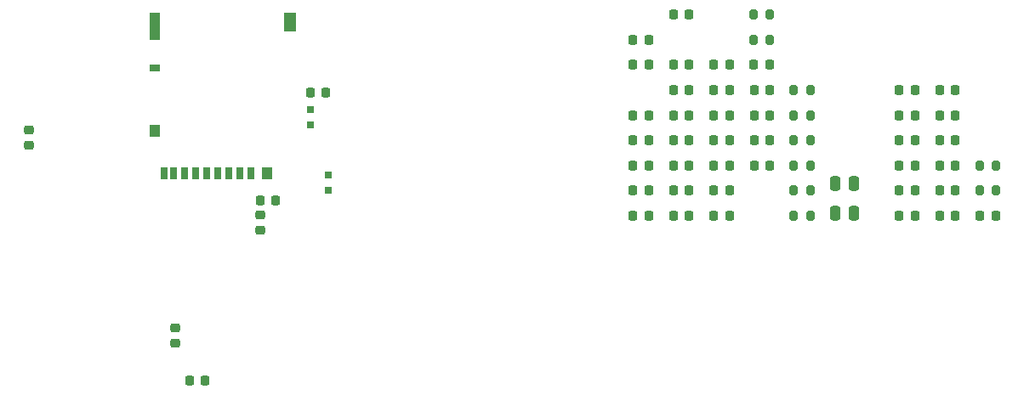
<source format=gbr>
%TF.GenerationSoftware,KiCad,Pcbnew,9.0.1-9.0.1-0~ubuntu24.04.1*%
%TF.CreationDate,2025-06-01T18:05:04-05:00*%
%TF.ProjectId,FC,46432e6b-6963-4616-945f-706362585858,rev?*%
%TF.SameCoordinates,Original*%
%TF.FileFunction,Paste,Bot*%
%TF.FilePolarity,Positive*%
%FSLAX46Y46*%
G04 Gerber Fmt 4.6, Leading zero omitted, Abs format (unit mm)*
G04 Created by KiCad (PCBNEW 9.0.1-9.0.1-0~ubuntu24.04.1) date 2025-06-01 18:05:04*
%MOMM*%
%LPD*%
G01*
G04 APERTURE LIST*
G04 Aperture macros list*
%AMRoundRect*
0 Rectangle with rounded corners*
0 $1 Rounding radius*
0 $2 $3 $4 $5 $6 $7 $8 $9 X,Y pos of 4 corners*
0 Add a 4 corners polygon primitive as box body*
4,1,4,$2,$3,$4,$5,$6,$7,$8,$9,$2,$3,0*
0 Add four circle primitives for the rounded corners*
1,1,$1+$1,$2,$3*
1,1,$1+$1,$4,$5*
1,1,$1+$1,$6,$7*
1,1,$1+$1,$8,$9*
0 Add four rect primitives between the rounded corners*
20,1,$1+$1,$2,$3,$4,$5,0*
20,1,$1+$1,$4,$5,$6,$7,0*
20,1,$1+$1,$6,$7,$8,$9,0*
20,1,$1+$1,$8,$9,$2,$3,0*%
G04 Aperture macros list end*
%ADD10R,0.685800X0.711200*%
%ADD11RoundRect,0.225000X-0.225000X-0.250000X0.225000X-0.250000X0.225000X0.250000X-0.225000X0.250000X0*%
%ADD12RoundRect,0.218750X-0.218750X-0.256250X0.218750X-0.256250X0.218750X0.256250X-0.218750X0.256250X0*%
%ADD13RoundRect,0.225000X-0.250000X0.225000X-0.250000X-0.225000X0.250000X-0.225000X0.250000X0.225000X0*%
%ADD14RoundRect,0.200000X-0.200000X-0.275000X0.200000X-0.275000X0.200000X0.275000X-0.200000X0.275000X0*%
%ADD15RoundRect,0.225000X0.250000X-0.225000X0.250000X0.225000X-0.250000X0.225000X-0.250000X-0.225000X0*%
%ADD16RoundRect,0.250000X-0.250000X-0.475000X0.250000X-0.475000X0.250000X0.475000X-0.250000X0.475000X0*%
%ADD17RoundRect,0.225000X0.225000X0.250000X-0.225000X0.250000X-0.225000X-0.250000X0.225000X-0.250000X0*%
%ADD18R,0.700000X1.200000*%
%ADD19R,1.000000X1.200000*%
%ADD20R,1.000000X2.800000*%
%ADD21R,1.300000X1.900000*%
%ADD22R,1.000000X0.800000*%
G04 APERTURE END LIST*
D10*
%TO.C,U7*%
X195250000Y-68250000D03*
X195250000Y-66751400D03*
%TD*%
D11*
%TO.C,C18*%
X225630000Y-60770000D03*
X227180000Y-60770000D03*
%TD*%
%TO.C,C33*%
X233650000Y-68300000D03*
X235200000Y-68300000D03*
%TD*%
%TO.C,C3*%
X252130000Y-65790000D03*
X253680000Y-65790000D03*
%TD*%
D12*
%TO.C,L1*%
X237647500Y-55750000D03*
X239222500Y-55750000D03*
%TD*%
D11*
%TO.C,C21*%
X225630000Y-53240000D03*
X227180000Y-53240000D03*
%TD*%
%TO.C,C44*%
X237660000Y-63280000D03*
X239210000Y-63280000D03*
%TD*%
%TO.C,C23*%
X229640000Y-70810000D03*
X231190000Y-70810000D03*
%TD*%
%TO.C,C46*%
X237660000Y-58260000D03*
X239210000Y-58260000D03*
%TD*%
%TO.C,C11*%
X256140000Y-60770000D03*
X257690000Y-60770000D03*
%TD*%
%TO.C,C32*%
X233650000Y-70810000D03*
X235200000Y-70810000D03*
%TD*%
%TO.C,C2*%
X252130000Y-68300000D03*
X253680000Y-68300000D03*
%TD*%
D13*
%TO.C,C40*%
X180000000Y-81975000D03*
X180000000Y-83525000D03*
%TD*%
D11*
%TO.C,C26*%
X229640000Y-63280000D03*
X231190000Y-63280000D03*
%TD*%
%TO.C,C27*%
X229640000Y-60770000D03*
X231190000Y-60770000D03*
%TD*%
%TO.C,C24*%
X229640000Y-68300000D03*
X231190000Y-68300000D03*
%TD*%
%TO.C,C14*%
X225630000Y-70810000D03*
X227180000Y-70810000D03*
%TD*%
%TO.C,C7*%
X256140000Y-70810000D03*
X257690000Y-70810000D03*
%TD*%
D14*
%TO.C,R2*%
X237610000Y-50730000D03*
X239260000Y-50730000D03*
%TD*%
D15*
%TO.C,C19*%
X188500000Y-72275000D03*
X188500000Y-70725000D03*
%TD*%
D11*
%TO.C,C37*%
X233650000Y-58260000D03*
X235200000Y-58260000D03*
%TD*%
%TO.C,C45*%
X237660000Y-60770000D03*
X239210000Y-60770000D03*
%TD*%
D14*
%TO.C,R7*%
X241620000Y-65790000D03*
X243270000Y-65790000D03*
%TD*%
%TO.C,R4*%
X241620000Y-68300000D03*
X243270000Y-68300000D03*
%TD*%
D11*
%TO.C,C31*%
X229640000Y-50730000D03*
X231190000Y-50730000D03*
%TD*%
%TO.C,C15*%
X225630000Y-68300000D03*
X227180000Y-68300000D03*
%TD*%
D14*
%TO.C,R6*%
X260100000Y-65790000D03*
X261750000Y-65790000D03*
%TD*%
%TO.C,R5*%
X260100000Y-68300000D03*
X261750000Y-68300000D03*
%TD*%
D11*
%TO.C,C17*%
X225630000Y-63280000D03*
X227180000Y-63280000D03*
%TD*%
D16*
%TO.C,C47*%
X245725000Y-70560000D03*
X247625000Y-70560000D03*
%TD*%
D15*
%TO.C,C42*%
X165500000Y-63775000D03*
X165500000Y-62225000D03*
%TD*%
D11*
%TO.C,C38*%
X233650000Y-55750000D03*
X235200000Y-55750000D03*
%TD*%
%TO.C,C43*%
X237660000Y-65790000D03*
X239210000Y-65790000D03*
%TD*%
%TO.C,C9*%
X256140000Y-65790000D03*
X257690000Y-65790000D03*
%TD*%
%TO.C,C25*%
X229640000Y-65790000D03*
X231190000Y-65790000D03*
%TD*%
%TO.C,C13*%
X260150000Y-70810000D03*
X261700000Y-70810000D03*
%TD*%
%TO.C,C39*%
X188475000Y-69250000D03*
X190025000Y-69250000D03*
%TD*%
D14*
%TO.C,R9*%
X241620000Y-60770000D03*
X243270000Y-60770000D03*
%TD*%
D11*
%TO.C,C34*%
X233650000Y-65790000D03*
X235200000Y-65790000D03*
%TD*%
%TO.C,C5*%
X252130000Y-60770000D03*
X253680000Y-60770000D03*
%TD*%
%TO.C,C4*%
X252130000Y-63280000D03*
X253680000Y-63280000D03*
%TD*%
%TO.C,C35*%
X233650000Y-63280000D03*
X235200000Y-63280000D03*
%TD*%
%TO.C,C1*%
X252130000Y-70810000D03*
X253680000Y-70810000D03*
%TD*%
%TO.C,C22*%
X181475000Y-87250000D03*
X183025000Y-87250000D03*
%TD*%
%TO.C,C6*%
X252130000Y-58260000D03*
X253680000Y-58260000D03*
%TD*%
%TO.C,C20*%
X225630000Y-55750000D03*
X227180000Y-55750000D03*
%TD*%
%TO.C,C36*%
X233650000Y-60770000D03*
X235200000Y-60770000D03*
%TD*%
%TO.C,C8*%
X256140000Y-68300000D03*
X257690000Y-68300000D03*
%TD*%
D14*
%TO.C,R10*%
X241620000Y-58260000D03*
X243270000Y-58260000D03*
%TD*%
D10*
%TO.C,U8*%
X193500000Y-61750000D03*
X193500000Y-60251400D03*
%TD*%
D17*
%TO.C,C41*%
X195025000Y-58500000D03*
X193475000Y-58500000D03*
%TD*%
D16*
%TO.C,C48*%
X245725000Y-67550000D03*
X247625000Y-67550000D03*
%TD*%
D11*
%TO.C,C16*%
X225630000Y-65790000D03*
X227180000Y-65790000D03*
%TD*%
%TO.C,C29*%
X229640000Y-55750000D03*
X231190000Y-55750000D03*
%TD*%
D14*
%TO.C,R8*%
X241620000Y-63280000D03*
X243270000Y-63280000D03*
%TD*%
D11*
%TO.C,C28*%
X229640000Y-58260000D03*
X231190000Y-58260000D03*
%TD*%
D14*
%TO.C,R3*%
X241620000Y-70810000D03*
X243270000Y-70810000D03*
%TD*%
D11*
%TO.C,C12*%
X256140000Y-58260000D03*
X257690000Y-58260000D03*
%TD*%
D14*
%TO.C,R1*%
X237610000Y-53240000D03*
X239260000Y-53240000D03*
%TD*%
D11*
%TO.C,C10*%
X256140000Y-63280000D03*
X257690000Y-63280000D03*
%TD*%
D18*
%TO.C,J2*%
X187600000Y-66600000D03*
X186500000Y-66600000D03*
X185400000Y-66600000D03*
X184300000Y-66600000D03*
X183200000Y-66600000D03*
X182100000Y-66600000D03*
X181000000Y-66600000D03*
X179900000Y-66600000D03*
D19*
X178000000Y-62300000D03*
D20*
X178000000Y-51950000D03*
D21*
X191500000Y-51500000D03*
D19*
X189150000Y-66600000D03*
D22*
X178000000Y-56100000D03*
D18*
X178950000Y-66600000D03*
%TD*%
M02*

</source>
